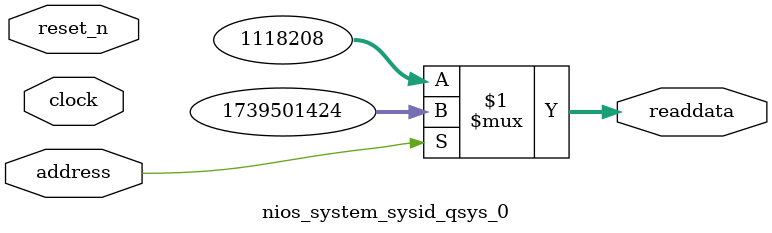
<source format=v>



// synthesis translate_off
`timescale 1ns / 1ps
// synthesis translate_on

// turn off superfluous verilog processor warnings 
// altera message_level Level1 
// altera message_off 10034 10035 10036 10037 10230 10240 10030 

module nios_system_sysid_qsys_0 (
               // inputs:
                address,
                clock,
                reset_n,

               // outputs:
                readdata
             )
;

  output  [ 31: 0] readdata;
  input            address;
  input            clock;
  input            reset_n;

  wire    [ 31: 0] readdata;
  //control_slave, which is an e_avalon_slave
  assign readdata = address ? 1739501424 : 1118208;

endmodule



</source>
